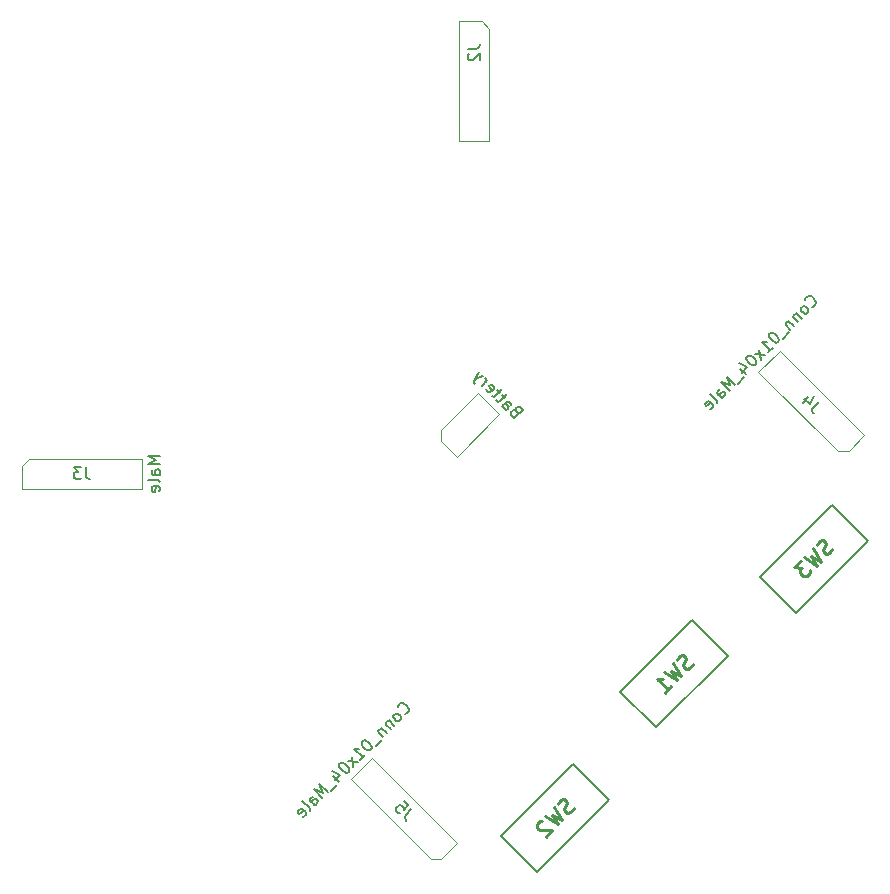
<source format=gbr>
G04 #@! TF.GenerationSoftware,KiCad,Pcbnew,9.0.2*
G04 #@! TF.CreationDate,2025-09-26T14:23:16-04:00*
G04 #@! TF.ProjectId,Trackball,54726163-6b62-4616-9c6c-2e6b69636164,rev?*
G04 #@! TF.SameCoordinates,Original*
G04 #@! TF.FileFunction,AssemblyDrawing,Bot*
%FSLAX46Y46*%
G04 Gerber Fmt 4.6, Leading zero omitted, Abs format (unit mm)*
G04 Created by KiCad (PCBNEW 9.0.2) date 2025-09-26 14:23:16*
%MOMM*%
%LPD*%
G01*
G04 APERTURE LIST*
%ADD10C,0.150000*%
%ADD11C,0.254000*%
%ADD12C,0.100000*%
%ADD13C,0.200000*%
G04 APERTURE END LIST*
D10*
X93777807Y-114286208D02*
X93845150Y-114286208D01*
X93845150Y-114286208D02*
X93979837Y-114218865D01*
X93979837Y-114218865D02*
X94047181Y-114151521D01*
X94047181Y-114151521D02*
X94114524Y-114016834D01*
X94114524Y-114016834D02*
X94114524Y-113882147D01*
X94114524Y-113882147D02*
X94080853Y-113781132D01*
X94080853Y-113781132D02*
X93979837Y-113612773D01*
X93979837Y-113612773D02*
X93878822Y-113511758D01*
X93878822Y-113511758D02*
X93710463Y-113410743D01*
X93710463Y-113410743D02*
X93609448Y-113377071D01*
X93609448Y-113377071D02*
X93474761Y-113377071D01*
X93474761Y-113377071D02*
X93340074Y-113444415D01*
X93340074Y-113444415D02*
X93272731Y-113511758D01*
X93272731Y-113511758D02*
X93205387Y-113646445D01*
X93205387Y-113646445D02*
X93205387Y-113713789D01*
X93441089Y-114757613D02*
X93474761Y-114656598D01*
X93474761Y-114656598D02*
X93474761Y-114589254D01*
X93474761Y-114589254D02*
X93441089Y-114488239D01*
X93441089Y-114488239D02*
X93239059Y-114286208D01*
X93239059Y-114286208D02*
X93138044Y-114252537D01*
X93138044Y-114252537D02*
X93070700Y-114252537D01*
X93070700Y-114252537D02*
X92969685Y-114286208D01*
X92969685Y-114286208D02*
X92868670Y-114387224D01*
X92868670Y-114387224D02*
X92834998Y-114488239D01*
X92834998Y-114488239D02*
X92834998Y-114555582D01*
X92834998Y-114555582D02*
X92868670Y-114656598D01*
X92868670Y-114656598D02*
X93070700Y-114858628D01*
X93070700Y-114858628D02*
X93171715Y-114892300D01*
X93171715Y-114892300D02*
X93239059Y-114892300D01*
X93239059Y-114892300D02*
X93340074Y-114858628D01*
X93340074Y-114858628D02*
X93441089Y-114757613D01*
X92430937Y-114824957D02*
X92902341Y-115296361D01*
X92498280Y-114892300D02*
X92430937Y-114892300D01*
X92430937Y-114892300D02*
X92329921Y-114925972D01*
X92329921Y-114925972D02*
X92228906Y-115026987D01*
X92228906Y-115026987D02*
X92195234Y-115128002D01*
X92195234Y-115128002D02*
X92228906Y-115229018D01*
X92228906Y-115229018D02*
X92599295Y-115599407D01*
X91791173Y-115464720D02*
X92262578Y-115936124D01*
X91858517Y-115532063D02*
X91791173Y-115532063D01*
X91791173Y-115532063D02*
X91690158Y-115565735D01*
X91690158Y-115565735D02*
X91589143Y-115666750D01*
X91589143Y-115666750D02*
X91555471Y-115767766D01*
X91555471Y-115767766D02*
X91589143Y-115868781D01*
X91589143Y-115868781D02*
X91959532Y-116239170D01*
X91858517Y-116474873D02*
X91319769Y-117013621D01*
X90242273Y-116542216D02*
X90174929Y-116609560D01*
X90174929Y-116609560D02*
X90141257Y-116710575D01*
X90141257Y-116710575D02*
X90141257Y-116777918D01*
X90141257Y-116777918D02*
X90174929Y-116878934D01*
X90174929Y-116878934D02*
X90275944Y-117047292D01*
X90275944Y-117047292D02*
X90444303Y-117215651D01*
X90444303Y-117215651D02*
X90612662Y-117316666D01*
X90612662Y-117316666D02*
X90713677Y-117350338D01*
X90713677Y-117350338D02*
X90781021Y-117350338D01*
X90781021Y-117350338D02*
X90882036Y-117316666D01*
X90882036Y-117316666D02*
X90949379Y-117249323D01*
X90949379Y-117249323D02*
X90983051Y-117148308D01*
X90983051Y-117148308D02*
X90983051Y-117080964D01*
X90983051Y-117080964D02*
X90949379Y-116979949D01*
X90949379Y-116979949D02*
X90848364Y-116811590D01*
X90848364Y-116811590D02*
X90680005Y-116643231D01*
X90680005Y-116643231D02*
X90511647Y-116542216D01*
X90511647Y-116542216D02*
X90410631Y-116508544D01*
X90410631Y-116508544D02*
X90343288Y-116508544D01*
X90343288Y-116508544D02*
X90242273Y-116542216D01*
X90040242Y-118158460D02*
X90444303Y-117754399D01*
X90242272Y-117956430D02*
X89535166Y-117249323D01*
X89535166Y-117249323D02*
X89703524Y-117282995D01*
X89703524Y-117282995D02*
X89838211Y-117282995D01*
X89838211Y-117282995D02*
X89939227Y-117249323D01*
X89804540Y-118394163D02*
X88962746Y-118293147D01*
X89333135Y-117922758D02*
X89434150Y-118764552D01*
X88322982Y-118461506D02*
X88255639Y-118528850D01*
X88255639Y-118528850D02*
X88221967Y-118629865D01*
X88221967Y-118629865D02*
X88221967Y-118697208D01*
X88221967Y-118697208D02*
X88255639Y-118798224D01*
X88255639Y-118798224D02*
X88356654Y-118966582D01*
X88356654Y-118966582D02*
X88525013Y-119134941D01*
X88525013Y-119134941D02*
X88693372Y-119235957D01*
X88693372Y-119235957D02*
X88794387Y-119269628D01*
X88794387Y-119269628D02*
X88861731Y-119269628D01*
X88861731Y-119269628D02*
X88962746Y-119235957D01*
X88962746Y-119235957D02*
X89030089Y-119168613D01*
X89030089Y-119168613D02*
X89063761Y-119067598D01*
X89063761Y-119067598D02*
X89063761Y-119000254D01*
X89063761Y-119000254D02*
X89030089Y-118899239D01*
X89030089Y-118899239D02*
X88929074Y-118730880D01*
X88929074Y-118730880D02*
X88760715Y-118562521D01*
X88760715Y-118562521D02*
X88592356Y-118461506D01*
X88592356Y-118461506D02*
X88491341Y-118427834D01*
X88491341Y-118427834D02*
X88423998Y-118427834D01*
X88423998Y-118427834D02*
X88322982Y-118461506D01*
X87716891Y-119539002D02*
X88188295Y-120010407D01*
X87615876Y-119101270D02*
X88289311Y-119437987D01*
X88289311Y-119437987D02*
X87851578Y-119875720D01*
X88053608Y-120279781D02*
X87514860Y-120818529D01*
X87279158Y-120919544D02*
X86572051Y-120212438D01*
X86572051Y-120212438D02*
X86841425Y-120953216D01*
X86841425Y-120953216D02*
X86100647Y-120683842D01*
X86100647Y-120683842D02*
X86807753Y-121390949D01*
X86167990Y-122030712D02*
X85797601Y-121660323D01*
X85797601Y-121660323D02*
X85763929Y-121559307D01*
X85763929Y-121559307D02*
X85797601Y-121458292D01*
X85797601Y-121458292D02*
X85932288Y-121323605D01*
X85932288Y-121323605D02*
X86033303Y-121289933D01*
X86134318Y-121997040D02*
X86235334Y-121963369D01*
X86235334Y-121963369D02*
X86403693Y-121795010D01*
X86403693Y-121795010D02*
X86437364Y-121693995D01*
X86437364Y-121693995D02*
X86403693Y-121592979D01*
X86403693Y-121592979D02*
X86336349Y-121525636D01*
X86336349Y-121525636D02*
X86235334Y-121491964D01*
X86235334Y-121491964D02*
X86134318Y-121525636D01*
X86134318Y-121525636D02*
X85965960Y-121693995D01*
X85965960Y-121693995D02*
X85864944Y-121727666D01*
X85730257Y-122468445D02*
X85763929Y-122367430D01*
X85763929Y-122367430D02*
X85730257Y-122266414D01*
X85730257Y-122266414D02*
X85124166Y-121660323D01*
X85157837Y-122973521D02*
X85258853Y-122939850D01*
X85258853Y-122939850D02*
X85393540Y-122805163D01*
X85393540Y-122805163D02*
X85427211Y-122704147D01*
X85427211Y-122704147D02*
X85393540Y-122603132D01*
X85393540Y-122603132D02*
X85124166Y-122333758D01*
X85124166Y-122333758D02*
X85023150Y-122300086D01*
X85023150Y-122300086D02*
X84922135Y-122333758D01*
X84922135Y-122333758D02*
X84787448Y-122468445D01*
X84787448Y-122468445D02*
X84753776Y-122569460D01*
X84753776Y-122569460D02*
X84787448Y-122670476D01*
X84787448Y-122670476D02*
X84854792Y-122737819D01*
X84854792Y-122737819D02*
X85258853Y-122468445D01*
X94361593Y-122348573D02*
X93856517Y-122853649D01*
X93856517Y-122853649D02*
X93789173Y-122988336D01*
X93789173Y-122988336D02*
X93789173Y-123123023D01*
X93789173Y-123123023D02*
X93856517Y-123257710D01*
X93856517Y-123257710D02*
X93923860Y-123325054D01*
X93688158Y-121675138D02*
X94024875Y-122011855D01*
X94024875Y-122011855D02*
X93721830Y-122382244D01*
X93721830Y-122382244D02*
X93721830Y-122314901D01*
X93721830Y-122314901D02*
X93688158Y-122213886D01*
X93688158Y-122213886D02*
X93519799Y-122045527D01*
X93519799Y-122045527D02*
X93418784Y-122011855D01*
X93418784Y-122011855D02*
X93351440Y-122011855D01*
X93351440Y-122011855D02*
X93250425Y-122045527D01*
X93250425Y-122045527D02*
X93082066Y-122213886D01*
X93082066Y-122213886D02*
X93048395Y-122314901D01*
X93048395Y-122314901D02*
X93048395Y-122382244D01*
X93048395Y-122382244D02*
X93082066Y-122483260D01*
X93082066Y-122483260D02*
X93250425Y-122651618D01*
X93250425Y-122651618D02*
X93351440Y-122685290D01*
X93351440Y-122685290D02*
X93418784Y-122685290D01*
X128261991Y-79802025D02*
X128329334Y-79802025D01*
X128329334Y-79802025D02*
X128464021Y-79734682D01*
X128464021Y-79734682D02*
X128531365Y-79667338D01*
X128531365Y-79667338D02*
X128598708Y-79532651D01*
X128598708Y-79532651D02*
X128598708Y-79397964D01*
X128598708Y-79397964D02*
X128565037Y-79296949D01*
X128565037Y-79296949D02*
X128464021Y-79128590D01*
X128464021Y-79128590D02*
X128363006Y-79027575D01*
X128363006Y-79027575D02*
X128194647Y-78926560D01*
X128194647Y-78926560D02*
X128093632Y-78892888D01*
X128093632Y-78892888D02*
X127958945Y-78892888D01*
X127958945Y-78892888D02*
X127824258Y-78960232D01*
X127824258Y-78960232D02*
X127756915Y-79027575D01*
X127756915Y-79027575D02*
X127689571Y-79162262D01*
X127689571Y-79162262D02*
X127689571Y-79229606D01*
X127925273Y-80273430D02*
X127958945Y-80172415D01*
X127958945Y-80172415D02*
X127958945Y-80105071D01*
X127958945Y-80105071D02*
X127925273Y-80004056D01*
X127925273Y-80004056D02*
X127723243Y-79802025D01*
X127723243Y-79802025D02*
X127622228Y-79768354D01*
X127622228Y-79768354D02*
X127554884Y-79768354D01*
X127554884Y-79768354D02*
X127453869Y-79802025D01*
X127453869Y-79802025D02*
X127352854Y-79903041D01*
X127352854Y-79903041D02*
X127319182Y-80004056D01*
X127319182Y-80004056D02*
X127319182Y-80071399D01*
X127319182Y-80071399D02*
X127352854Y-80172415D01*
X127352854Y-80172415D02*
X127554884Y-80374445D01*
X127554884Y-80374445D02*
X127655899Y-80408117D01*
X127655899Y-80408117D02*
X127723243Y-80408117D01*
X127723243Y-80408117D02*
X127824258Y-80374445D01*
X127824258Y-80374445D02*
X127925273Y-80273430D01*
X126915121Y-80340774D02*
X127386525Y-80812178D01*
X126982464Y-80408117D02*
X126915121Y-80408117D01*
X126915121Y-80408117D02*
X126814105Y-80441789D01*
X126814105Y-80441789D02*
X126713090Y-80542804D01*
X126713090Y-80542804D02*
X126679418Y-80643819D01*
X126679418Y-80643819D02*
X126713090Y-80744835D01*
X126713090Y-80744835D02*
X127083479Y-81115224D01*
X126275357Y-80980537D02*
X126746762Y-81451941D01*
X126342701Y-81047880D02*
X126275357Y-81047880D01*
X126275357Y-81047880D02*
X126174342Y-81081552D01*
X126174342Y-81081552D02*
X126073327Y-81182567D01*
X126073327Y-81182567D02*
X126039655Y-81283583D01*
X126039655Y-81283583D02*
X126073327Y-81384598D01*
X126073327Y-81384598D02*
X126443716Y-81754987D01*
X126342701Y-81990690D02*
X125803953Y-82529438D01*
X124726457Y-82058033D02*
X124659113Y-82125377D01*
X124659113Y-82125377D02*
X124625441Y-82226392D01*
X124625441Y-82226392D02*
X124625441Y-82293735D01*
X124625441Y-82293735D02*
X124659113Y-82394751D01*
X124659113Y-82394751D02*
X124760128Y-82563109D01*
X124760128Y-82563109D02*
X124928487Y-82731468D01*
X124928487Y-82731468D02*
X125096846Y-82832483D01*
X125096846Y-82832483D02*
X125197861Y-82866155D01*
X125197861Y-82866155D02*
X125265205Y-82866155D01*
X125265205Y-82866155D02*
X125366220Y-82832483D01*
X125366220Y-82832483D02*
X125433563Y-82765140D01*
X125433563Y-82765140D02*
X125467235Y-82664125D01*
X125467235Y-82664125D02*
X125467235Y-82596781D01*
X125467235Y-82596781D02*
X125433563Y-82495766D01*
X125433563Y-82495766D02*
X125332548Y-82327407D01*
X125332548Y-82327407D02*
X125164189Y-82159048D01*
X125164189Y-82159048D02*
X124995831Y-82058033D01*
X124995831Y-82058033D02*
X124894815Y-82024361D01*
X124894815Y-82024361D02*
X124827472Y-82024361D01*
X124827472Y-82024361D02*
X124726457Y-82058033D01*
X124524426Y-83674277D02*
X124928487Y-83270216D01*
X124726456Y-83472247D02*
X124019350Y-82765140D01*
X124019350Y-82765140D02*
X124187708Y-82798812D01*
X124187708Y-82798812D02*
X124322395Y-82798812D01*
X124322395Y-82798812D02*
X124423411Y-82765140D01*
X124288724Y-83909980D02*
X123446930Y-83808964D01*
X123817319Y-83438575D02*
X123918334Y-84280369D01*
X122807166Y-83977323D02*
X122739823Y-84044667D01*
X122739823Y-84044667D02*
X122706151Y-84145682D01*
X122706151Y-84145682D02*
X122706151Y-84213025D01*
X122706151Y-84213025D02*
X122739823Y-84314041D01*
X122739823Y-84314041D02*
X122840838Y-84482399D01*
X122840838Y-84482399D02*
X123009197Y-84650758D01*
X123009197Y-84650758D02*
X123177556Y-84751774D01*
X123177556Y-84751774D02*
X123278571Y-84785445D01*
X123278571Y-84785445D02*
X123345915Y-84785445D01*
X123345915Y-84785445D02*
X123446930Y-84751774D01*
X123446930Y-84751774D02*
X123514273Y-84684430D01*
X123514273Y-84684430D02*
X123547945Y-84583415D01*
X123547945Y-84583415D02*
X123547945Y-84516071D01*
X123547945Y-84516071D02*
X123514273Y-84415056D01*
X123514273Y-84415056D02*
X123413258Y-84246697D01*
X123413258Y-84246697D02*
X123244899Y-84078338D01*
X123244899Y-84078338D02*
X123076540Y-83977323D01*
X123076540Y-83977323D02*
X122975525Y-83943651D01*
X122975525Y-83943651D02*
X122908182Y-83943651D01*
X122908182Y-83943651D02*
X122807166Y-83977323D01*
X122201075Y-85054819D02*
X122672479Y-85526224D01*
X122100060Y-84617087D02*
X122773495Y-84953804D01*
X122773495Y-84953804D02*
X122335762Y-85391537D01*
X122537792Y-85795598D02*
X121999044Y-86334346D01*
X121763342Y-86435361D02*
X121056235Y-85728255D01*
X121056235Y-85728255D02*
X121325609Y-86469033D01*
X121325609Y-86469033D02*
X120584831Y-86199659D01*
X120584831Y-86199659D02*
X121291937Y-86906766D01*
X120652174Y-87546529D02*
X120281785Y-87176140D01*
X120281785Y-87176140D02*
X120248113Y-87075124D01*
X120248113Y-87075124D02*
X120281785Y-86974109D01*
X120281785Y-86974109D02*
X120416472Y-86839422D01*
X120416472Y-86839422D02*
X120517487Y-86805750D01*
X120618502Y-87512857D02*
X120719518Y-87479186D01*
X120719518Y-87479186D02*
X120887877Y-87310827D01*
X120887877Y-87310827D02*
X120921548Y-87209812D01*
X120921548Y-87209812D02*
X120887877Y-87108796D01*
X120887877Y-87108796D02*
X120820533Y-87041453D01*
X120820533Y-87041453D02*
X120719518Y-87007781D01*
X120719518Y-87007781D02*
X120618502Y-87041453D01*
X120618502Y-87041453D02*
X120450144Y-87209812D01*
X120450144Y-87209812D02*
X120349128Y-87243483D01*
X120214441Y-87984262D02*
X120248113Y-87883247D01*
X120248113Y-87883247D02*
X120214441Y-87782231D01*
X120214441Y-87782231D02*
X119608350Y-87176140D01*
X119642021Y-88489338D02*
X119743037Y-88455667D01*
X119743037Y-88455667D02*
X119877724Y-88320980D01*
X119877724Y-88320980D02*
X119911395Y-88219964D01*
X119911395Y-88219964D02*
X119877724Y-88118949D01*
X119877724Y-88118949D02*
X119608350Y-87849575D01*
X119608350Y-87849575D02*
X119507334Y-87815903D01*
X119507334Y-87815903D02*
X119406319Y-87849575D01*
X119406319Y-87849575D02*
X119271632Y-87984262D01*
X119271632Y-87984262D02*
X119237960Y-88085277D01*
X119237960Y-88085277D02*
X119271632Y-88186293D01*
X119271632Y-88186293D02*
X119338976Y-88253636D01*
X119338976Y-88253636D02*
X119743037Y-87984262D01*
X128845777Y-87864390D02*
X128340701Y-88369466D01*
X128340701Y-88369466D02*
X128273357Y-88504153D01*
X128273357Y-88504153D02*
X128273357Y-88638840D01*
X128273357Y-88638840D02*
X128340701Y-88773527D01*
X128340701Y-88773527D02*
X128408044Y-88840871D01*
X127970311Y-87460329D02*
X127498907Y-87931733D01*
X128408044Y-87359313D02*
X128071327Y-88032748D01*
X128071327Y-88032748D02*
X127633594Y-87595016D01*
D11*
X108082761Y-122235687D02*
X107997235Y-122406740D01*
X107997235Y-122406740D02*
X107783419Y-122620555D01*
X107783419Y-122620555D02*
X107655130Y-122663318D01*
X107655130Y-122663318D02*
X107569604Y-122663318D01*
X107569604Y-122663318D02*
X107441314Y-122620555D01*
X107441314Y-122620555D02*
X107355788Y-122535029D01*
X107355788Y-122535029D02*
X107313025Y-122406740D01*
X107313025Y-122406740D02*
X107313025Y-122321213D01*
X107313025Y-122321213D02*
X107355788Y-122192924D01*
X107355788Y-122192924D02*
X107484077Y-121979109D01*
X107484077Y-121979109D02*
X107526840Y-121850819D01*
X107526840Y-121850819D02*
X107526840Y-121765293D01*
X107526840Y-121765293D02*
X107484077Y-121637004D01*
X107484077Y-121637004D02*
X107398551Y-121551477D01*
X107398551Y-121551477D02*
X107270262Y-121508714D01*
X107270262Y-121508714D02*
X107184735Y-121508714D01*
X107184735Y-121508714D02*
X107056446Y-121551477D01*
X107056446Y-121551477D02*
X106842630Y-121765293D01*
X106842630Y-121765293D02*
X106757104Y-121936345D01*
X106414999Y-122192924D02*
X107099209Y-123304765D01*
X107099209Y-123304765D02*
X106286710Y-122834371D01*
X106286710Y-122834371D02*
X106757104Y-123646870D01*
X106757104Y-123646870D02*
X105645263Y-122962660D01*
X105431447Y-123347529D02*
X105345921Y-123347529D01*
X105345921Y-123347529D02*
X105217631Y-123390292D01*
X105217631Y-123390292D02*
X105003816Y-123604108D01*
X105003816Y-123604108D02*
X104961053Y-123732397D01*
X104961053Y-123732397D02*
X104961053Y-123817923D01*
X104961053Y-123817923D02*
X105003816Y-123946213D01*
X105003816Y-123946213D02*
X105089342Y-124031739D01*
X105089342Y-124031739D02*
X105260394Y-124117265D01*
X105260394Y-124117265D02*
X106286709Y-124117265D01*
X106286709Y-124117265D02*
X105730789Y-124673186D01*
X130003071Y-100315377D02*
X129917545Y-100486430D01*
X129917545Y-100486430D02*
X129703729Y-100700245D01*
X129703729Y-100700245D02*
X129575440Y-100743008D01*
X129575440Y-100743008D02*
X129489914Y-100743008D01*
X129489914Y-100743008D02*
X129361624Y-100700245D01*
X129361624Y-100700245D02*
X129276098Y-100614719D01*
X129276098Y-100614719D02*
X129233335Y-100486430D01*
X129233335Y-100486430D02*
X129233335Y-100400903D01*
X129233335Y-100400903D02*
X129276098Y-100272614D01*
X129276098Y-100272614D02*
X129404387Y-100058799D01*
X129404387Y-100058799D02*
X129447150Y-99930509D01*
X129447150Y-99930509D02*
X129447150Y-99844983D01*
X129447150Y-99844983D02*
X129404387Y-99716694D01*
X129404387Y-99716694D02*
X129318861Y-99631167D01*
X129318861Y-99631167D02*
X129190572Y-99588404D01*
X129190572Y-99588404D02*
X129105045Y-99588404D01*
X129105045Y-99588404D02*
X128976756Y-99631167D01*
X128976756Y-99631167D02*
X128762940Y-99844983D01*
X128762940Y-99844983D02*
X128677414Y-100016035D01*
X128335309Y-100272614D02*
X129019519Y-101384455D01*
X129019519Y-101384455D02*
X128207020Y-100914061D01*
X128207020Y-100914061D02*
X128677414Y-101726560D01*
X128677414Y-101726560D02*
X127565573Y-101042350D01*
X127308994Y-101298930D02*
X126753073Y-101854850D01*
X126753073Y-101854850D02*
X127394520Y-101897613D01*
X127394520Y-101897613D02*
X127266231Y-102025903D01*
X127266231Y-102025903D02*
X127223468Y-102154192D01*
X127223468Y-102154192D02*
X127223468Y-102239718D01*
X127223468Y-102239718D02*
X127266231Y-102368008D01*
X127266231Y-102368008D02*
X127480046Y-102581823D01*
X127480046Y-102581823D02*
X127608336Y-102624586D01*
X127608336Y-102624586D02*
X127693862Y-102624586D01*
X127693862Y-102624586D02*
X127822151Y-102581823D01*
X127822151Y-102581823D02*
X128078730Y-102325245D01*
X128078730Y-102325245D02*
X128121493Y-102196955D01*
X128121493Y-102196955D02*
X128121493Y-102111429D01*
D10*
X73042337Y-92467796D02*
X72042337Y-92467796D01*
X72042337Y-92467796D02*
X72756622Y-92801129D01*
X72756622Y-92801129D02*
X72042337Y-93134462D01*
X72042337Y-93134462D02*
X73042337Y-93134462D01*
X73042337Y-94039224D02*
X72518527Y-94039224D01*
X72518527Y-94039224D02*
X72423289Y-93991605D01*
X72423289Y-93991605D02*
X72375670Y-93896367D01*
X72375670Y-93896367D02*
X72375670Y-93705891D01*
X72375670Y-93705891D02*
X72423289Y-93610653D01*
X72994718Y-94039224D02*
X73042337Y-93943986D01*
X73042337Y-93943986D02*
X73042337Y-93705891D01*
X73042337Y-93705891D02*
X72994718Y-93610653D01*
X72994718Y-93610653D02*
X72899479Y-93563034D01*
X72899479Y-93563034D02*
X72804241Y-93563034D01*
X72804241Y-93563034D02*
X72709003Y-93610653D01*
X72709003Y-93610653D02*
X72661384Y-93705891D01*
X72661384Y-93705891D02*
X72661384Y-93943986D01*
X72661384Y-93943986D02*
X72613765Y-94039224D01*
X73042337Y-94658272D02*
X72994718Y-94563034D01*
X72994718Y-94563034D02*
X72899479Y-94515415D01*
X72899479Y-94515415D02*
X72042337Y-94515415D01*
X72994718Y-95420177D02*
X73042337Y-95324939D01*
X73042337Y-95324939D02*
X73042337Y-95134463D01*
X73042337Y-95134463D02*
X72994718Y-95039225D01*
X72994718Y-95039225D02*
X72899479Y-94991606D01*
X72899479Y-94991606D02*
X72518527Y-94991606D01*
X72518527Y-94991606D02*
X72423289Y-95039225D01*
X72423289Y-95039225D02*
X72375670Y-95134463D01*
X72375670Y-95134463D02*
X72375670Y-95324939D01*
X72375670Y-95324939D02*
X72423289Y-95420177D01*
X72423289Y-95420177D02*
X72518527Y-95467796D01*
X72518527Y-95467796D02*
X72613765Y-95467796D01*
X72613765Y-95467796D02*
X72709003Y-94991606D01*
X66780852Y-93398806D02*
X66780852Y-94113091D01*
X66780852Y-94113091D02*
X66828471Y-94255948D01*
X66828471Y-94255948D02*
X66923709Y-94351187D01*
X66923709Y-94351187D02*
X67066566Y-94398806D01*
X67066566Y-94398806D02*
X67161804Y-94398806D01*
X66399899Y-93398806D02*
X65780852Y-93398806D01*
X65780852Y-93398806D02*
X66114185Y-93779758D01*
X66114185Y-93779758D02*
X65971328Y-93779758D01*
X65971328Y-93779758D02*
X65876090Y-93827377D01*
X65876090Y-93827377D02*
X65828471Y-93874996D01*
X65828471Y-93874996D02*
X65780852Y-93970234D01*
X65780852Y-93970234D02*
X65780852Y-94208329D01*
X65780852Y-94208329D02*
X65828471Y-94303567D01*
X65828471Y-94303567D02*
X65876090Y-94351187D01*
X65876090Y-94351187D02*
X65971328Y-94398806D01*
X65971328Y-94398806D02*
X66257042Y-94398806D01*
X66257042Y-94398806D02*
X66352280Y-94351187D01*
X66352280Y-94351187D02*
X66399899Y-94303567D01*
D11*
X118159033Y-110038096D02*
X118073507Y-110209149D01*
X118073507Y-110209149D02*
X117859691Y-110422964D01*
X117859691Y-110422964D02*
X117731402Y-110465727D01*
X117731402Y-110465727D02*
X117645876Y-110465727D01*
X117645876Y-110465727D02*
X117517586Y-110422964D01*
X117517586Y-110422964D02*
X117432060Y-110337438D01*
X117432060Y-110337438D02*
X117389297Y-110209149D01*
X117389297Y-110209149D02*
X117389297Y-110123622D01*
X117389297Y-110123622D02*
X117432060Y-109995333D01*
X117432060Y-109995333D02*
X117560349Y-109781518D01*
X117560349Y-109781518D02*
X117603112Y-109653228D01*
X117603112Y-109653228D02*
X117603112Y-109567702D01*
X117603112Y-109567702D02*
X117560349Y-109439413D01*
X117560349Y-109439413D02*
X117474823Y-109353886D01*
X117474823Y-109353886D02*
X117346534Y-109311123D01*
X117346534Y-109311123D02*
X117261007Y-109311123D01*
X117261007Y-109311123D02*
X117132718Y-109353886D01*
X117132718Y-109353886D02*
X116918902Y-109567702D01*
X116918902Y-109567702D02*
X116833376Y-109738754D01*
X116491271Y-109995333D02*
X117175481Y-111107174D01*
X117175481Y-111107174D02*
X116362982Y-110636780D01*
X116362982Y-110636780D02*
X116833376Y-111449279D01*
X116833376Y-111449279D02*
X115721535Y-110765069D01*
X115807061Y-112475595D02*
X116320218Y-111962437D01*
X116063640Y-112219016D02*
X115165614Y-111320990D01*
X115165614Y-111320990D02*
X115379430Y-111363754D01*
X115379430Y-111363754D02*
X115550482Y-111363754D01*
X115550482Y-111363754D02*
X115678771Y-111320990D01*
D10*
X99125007Y-57954542D02*
X99839292Y-57954542D01*
X99839292Y-57954542D02*
X99982149Y-57906923D01*
X99982149Y-57906923D02*
X100077388Y-57811685D01*
X100077388Y-57811685D02*
X100125007Y-57668828D01*
X100125007Y-57668828D02*
X100125007Y-57573590D01*
X99220245Y-58383114D02*
X99172626Y-58430733D01*
X99172626Y-58430733D02*
X99125007Y-58525971D01*
X99125007Y-58525971D02*
X99125007Y-58764066D01*
X99125007Y-58764066D02*
X99172626Y-58859304D01*
X99172626Y-58859304D02*
X99220245Y-58906923D01*
X99220245Y-58906923D02*
X99315483Y-58954542D01*
X99315483Y-58954542D02*
X99410721Y-58954542D01*
X99410721Y-58954542D02*
X99553578Y-58906923D01*
X99553578Y-58906923D02*
X100125007Y-58335495D01*
X100125007Y-58335495D02*
X100125007Y-58954542D01*
X103206018Y-88656553D02*
X103071331Y-88589209D01*
X103071331Y-88589209D02*
X103003987Y-88589209D01*
X103003987Y-88589209D02*
X102902972Y-88622881D01*
X102902972Y-88622881D02*
X102801957Y-88723896D01*
X102801957Y-88723896D02*
X102768285Y-88824911D01*
X102768285Y-88824911D02*
X102768285Y-88892255D01*
X102768285Y-88892255D02*
X102801957Y-88993270D01*
X102801957Y-88993270D02*
X103071331Y-89262644D01*
X103071331Y-89262644D02*
X103778438Y-88555537D01*
X103778438Y-88555537D02*
X103542735Y-88319835D01*
X103542735Y-88319835D02*
X103441720Y-88286163D01*
X103441720Y-88286163D02*
X103374377Y-88286163D01*
X103374377Y-88286163D02*
X103273361Y-88319835D01*
X103273361Y-88319835D02*
X103206018Y-88387179D01*
X103206018Y-88387179D02*
X103172346Y-88488194D01*
X103172346Y-88488194D02*
X103172346Y-88555537D01*
X103172346Y-88555537D02*
X103206018Y-88656553D01*
X103206018Y-88656553D02*
X103441720Y-88892255D01*
X102061178Y-88252492D02*
X102431568Y-87882102D01*
X102431568Y-87882102D02*
X102532583Y-87848431D01*
X102532583Y-87848431D02*
X102633598Y-87882102D01*
X102633598Y-87882102D02*
X102768285Y-88016789D01*
X102768285Y-88016789D02*
X102801957Y-88117805D01*
X102094850Y-88218820D02*
X102128522Y-88319835D01*
X102128522Y-88319835D02*
X102296881Y-88488194D01*
X102296881Y-88488194D02*
X102397896Y-88521866D01*
X102397896Y-88521866D02*
X102498911Y-88488194D01*
X102498911Y-88488194D02*
X102566255Y-88420850D01*
X102566255Y-88420850D02*
X102599926Y-88319835D01*
X102599926Y-88319835D02*
X102566255Y-88218820D01*
X102566255Y-88218820D02*
X102397896Y-88050461D01*
X102397896Y-88050461D02*
X102364224Y-87949446D01*
X102296881Y-87545385D02*
X102027507Y-87276011D01*
X102431568Y-87208667D02*
X101825476Y-87814759D01*
X101825476Y-87814759D02*
X101724461Y-87848431D01*
X101724461Y-87848431D02*
X101623446Y-87814759D01*
X101623446Y-87814759D02*
X101556102Y-87747415D01*
X101892819Y-87141323D02*
X101623445Y-86871949D01*
X102027506Y-86804606D02*
X101421415Y-87410697D01*
X101421415Y-87410697D02*
X101320399Y-87444369D01*
X101320399Y-87444369D02*
X101219384Y-87410697D01*
X101219384Y-87410697D02*
X101152041Y-87343354D01*
X100680636Y-86804606D02*
X100714308Y-86905621D01*
X100714308Y-86905621D02*
X100848995Y-87040308D01*
X100848995Y-87040308D02*
X100950010Y-87073980D01*
X100950010Y-87073980D02*
X101051025Y-87040308D01*
X101051025Y-87040308D02*
X101320399Y-86770934D01*
X101320399Y-86770934D02*
X101354071Y-86669919D01*
X101354071Y-86669919D02*
X101320399Y-86568903D01*
X101320399Y-86568903D02*
X101185712Y-86434216D01*
X101185712Y-86434216D02*
X101084697Y-86400545D01*
X101084697Y-86400545D02*
X100983682Y-86434216D01*
X100983682Y-86434216D02*
X100916338Y-86501560D01*
X100916338Y-86501560D02*
X101185712Y-86905621D01*
X100310247Y-86501560D02*
X100781651Y-86030155D01*
X100646964Y-86164842D02*
X100680636Y-86063827D01*
X100680636Y-86063827D02*
X100680636Y-85996484D01*
X100680636Y-85996484D02*
X100646964Y-85895468D01*
X100646964Y-85895468D02*
X100579621Y-85828125D01*
X100411262Y-85659766D02*
X99771498Y-85962811D01*
X100074544Y-85323048D02*
X99771498Y-85962811D01*
X99771498Y-85962811D02*
X99670483Y-86198514D01*
X99670483Y-86198514D02*
X99670483Y-86265857D01*
X99670483Y-86265857D02*
X99704155Y-86366873D01*
D12*
X96883480Y-126539487D02*
X98230518Y-125192449D01*
X98230518Y-125192449D02*
X91046313Y-118008244D01*
X95985454Y-126539487D02*
X96883480Y-126539487D01*
X89250262Y-119804295D02*
X95985454Y-126539487D01*
X91046313Y-118008244D02*
X89250262Y-119804295D01*
X131367664Y-92055304D02*
X132714702Y-90708266D01*
X132714702Y-90708266D02*
X125530497Y-83524061D01*
X130469638Y-92055304D02*
X131367664Y-92055304D01*
X123734446Y-85320112D02*
X130469638Y-92055304D01*
X125530497Y-83524061D02*
X123734446Y-85320112D01*
D13*
X105001773Y-127630553D02*
X111082891Y-121549435D01*
X111082891Y-121549435D02*
X108042332Y-118508876D01*
X101961214Y-124589994D02*
X105001773Y-127630553D01*
X108042332Y-118508876D02*
X101961214Y-124589994D01*
X126922083Y-105710243D02*
X133003201Y-99629125D01*
X133003201Y-99629125D02*
X129962642Y-96588566D01*
X123881524Y-102669684D02*
X126922083Y-105710243D01*
X129962642Y-96588566D02*
X123881524Y-102669684D01*
D12*
X71527519Y-95213987D02*
X71527519Y-92673987D01*
X71527519Y-92673987D02*
X62002519Y-92673987D01*
X61367519Y-95213987D02*
X71527519Y-95213987D01*
X61367519Y-93308987D02*
X61367519Y-95213987D01*
X62002519Y-92673987D02*
X61367519Y-93308987D01*
D13*
X115078045Y-115432962D02*
X121159163Y-109351844D01*
X121159163Y-109351844D02*
X118118604Y-106311285D01*
X112037486Y-112392403D02*
X115078045Y-115432962D01*
X118118604Y-106311285D02*
X112037486Y-112392403D01*
D12*
X100940188Y-65809876D02*
X100940188Y-56284876D01*
X98400188Y-65809876D02*
X100940188Y-65809876D01*
X100940188Y-56284876D02*
X100305188Y-55649876D01*
X100305188Y-55649876D02*
X98400188Y-55649876D01*
X98400188Y-55649876D02*
X98400188Y-65809876D01*
X98213548Y-92515631D02*
X101805650Y-88923529D01*
X101805650Y-88923529D02*
X100009599Y-87127478D01*
X96866510Y-91168593D02*
X98213548Y-92515631D01*
X96866510Y-90270567D02*
X96866510Y-91168593D01*
X100009599Y-87127478D02*
X96866510Y-90270567D01*
M02*

</source>
